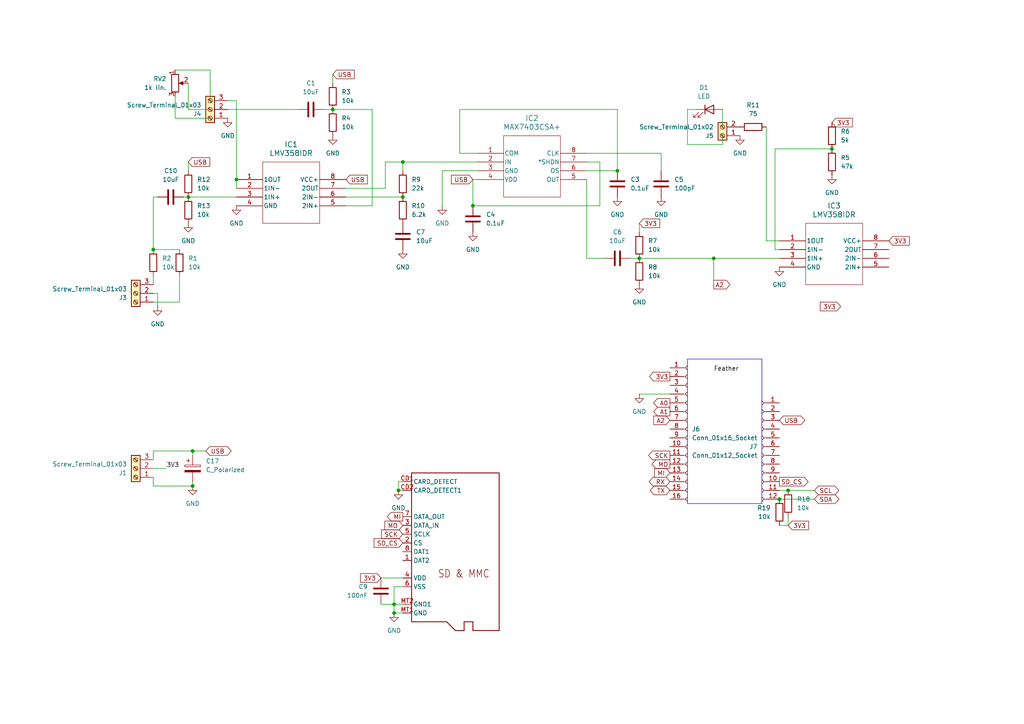
<source format=kicad_sch>
(kicad_sch (version 20231120) (generator "eeschema") (generator_version "8.0")
  (paper "A4")
  (lib_symbols
    (symbol "2024-09-15_01-54-02:MAX7403CSA+" (pin_names (offset 0.254))
      (property "Reference" "U2" (at 16.002 10.16 0))
      (property "Value" "MAX7403CSA+" (at 16.002 7.62 0))
      (symbol "MAX7403CSA+_0_1"
        (polyline (pts (xy 7.62 -12.7) (xy 24.13 -12.7)) (stroke (width 0.127)))
        (polyline (pts (xy 7.62 5.08) (xy 7.62 -12.7)) (stroke (width 0.127)))
        (polyline (pts (xy 24.13 -12.7) (xy 24.13 5.08)) (stroke (width 0.127)))
        (polyline (pts (xy 24.13 5.08) (xy 7.62 5.08)) (stroke (width 0.127)))
        (pin input line (at 0 0 0) (length 7.62) (name "COM") (number "1"))
        (pin input line (at 0 -2.54 0) (length 7.62) (name "IN") (number "2"))
        (pin power_in line (at 0 -5.08 0) (length 7.62) (name "GND") (number "3"))
        (pin power_in line (at 0 -7.62 0) (length 7.62) (name "VDD") (number "4"))
        (pin output line (at 31.75 -7.62 180) (length 7.62) (name "OUT") (number "5"))
        (pin input line (at 31.75 -5.08 180) (length 7.62) (name "OS") (number "6"))
        (pin input line (at 31.75 -2.54 180) (length 7.62) (name "*SHDN") (number "7"))
        (pin input line (at 31.75 0 180) (length 7.62) (name "CLK") (number "8"))
      )
    )
    (symbol "2024-09-15_02-31-25:LMV358IDR" (pin_names (offset 0.254))
      (property "Reference" "U3" (at 16.256 10.414 0))
      (property "Value" "LMV358IDR" (at 16.256 7.874 0))
      (symbol "LMV358IDR_0_1"
        (polyline (pts (xy 7.62 -12.7) (xy 24.13 -12.7)) (stroke (width 0.127)))
        (polyline (pts (xy 7.62 5.08) (xy 7.62 -12.7)) (stroke (width 0.127)))
        (polyline (pts (xy 24.13 -12.7) (xy 24.13 5.08)) (stroke (width 0.127)))
        (polyline (pts (xy 24.13 5.08) (xy 7.62 5.08)) (stroke (width 0.127)))
        (pin output line (at 0 0 0) (length 7.62) (name "1OUT") (number "1"))
        (pin input line (at 0 -2.54 0) (length 7.62) (name "1IN-") (number "2"))
        (pin input line (at 0 -5.08 0) (length 7.62) (name "1IN+") (number "3"))
        (pin power_in line (at 0 -7.62 0) (length 7.62) (name "GND") (number "4"))
        (pin input line (at 31.75 -7.62 180) (length 7.62) (name "2IN+") (number "5"))
        (pin input line (at 31.75 -5.08 180) (length 7.62) (name "2IN-") (number "6"))
        (pin output line (at 31.75 -2.54 180) (length 7.62) (name "2OUT") (number "7"))
        (pin power_in line (at 31.75 0 180) (length 7.62) (name "VCC+") (number "8"))
      )
    )
    (symbol "Connector:Conn_01x12_Socket" (pin_names (offset 1.016) hide)
      (property "Reference" "J" (at 0 15.24 0))
      (property "Value" "Conn_01x12_Socket" (at 0 -17.78 0))
      (symbol "Conn_01x12_Socket_1_1"
        (arc (start 0 -14.732) (mid -0.5058 -15.24) (end 0 -15.748) (stroke (width 0.1524)))
        (arc (start 0 -12.192) (mid -0.5058 -12.7) (end 0 -13.208) (stroke (width 0.1524)))
        (arc (start 0 -9.652) (mid -0.5058 -10.16) (end 0 -10.668) (stroke (width 0.1524)))
        (arc (start 0 -7.112) (mid -0.5058 -7.62) (end 0 -8.128) (stroke (width 0.1524)))
        (arc (start 0 -4.572) (mid -0.5058 -5.08) (end 0 -5.588) (stroke (width 0.1524)))
        (arc (start 0 -2.032) (mid -0.5058 -2.54) (end 0 -3.048) (stroke (width 0.1524)))
        (polyline (pts (xy -1.27 -15.24) (xy -0.508 -15.24)) (stroke (width 0.1524)))
        (polyline (pts (xy -1.27 -12.7) (xy -0.508 -12.7)) (stroke (width 0.1524)))
        (polyline (pts (xy -1.27 -10.16) (xy -0.508 -10.16)) (stroke (width 0.1524)))
        (polyline (pts (xy -1.27 -7.62) (xy -0.508 -7.62)) (stroke (width 0.1524)))
        (polyline (pts (xy -1.27 -5.08) (xy -0.508 -5.08)) (stroke (width 0.1524)))
        (polyline (pts (xy -1.27 -2.54) (xy -0.508 -2.54)) (stroke (width 0.1524)))
        (polyline (pts (xy -1.27 0) (xy -0.508 0)) (stroke (width 0.1524)))
        (polyline (pts (xy -1.27 2.54) (xy -0.508 2.54)) (stroke (width 0.1524)))
        (polyline (pts (xy -1.27 5.08) (xy -0.508 5.08)) (stroke (width 0.1524)))
        (polyline (pts (xy -1.27 7.62) (xy -0.508 7.62)) (stroke (width 0.1524)))
        (polyline (pts (xy -1.27 10.16) (xy -0.508 10.16)) (stroke (width 0.1524)))
        (polyline (pts (xy -1.27 12.7) (xy -0.508 12.7)) (stroke (width 0.1524)))
        (arc (start 0 0.508) (mid -0.5058 0) (end 0 -0.508) (stroke (width 0.1524)))
        (arc (start 0 3.048) (mid -0.5058 2.54) (end 0 2.032) (stroke (width 0.1524)))
        (arc (start 0 5.588) (mid -0.5058 5.08) (end 0 4.572) (stroke (width 0.1524)))
        (arc (start 0 8.128) (mid -0.5058 7.62) (end 0 7.112) (stroke (width 0.1524)))
        (arc (start 0 10.668) (mid -0.5058 10.16) (end 0 9.652) (stroke (width 0.1524)))
        (arc (start 0 13.208) (mid -0.5058 12.7) (end 0 12.192) (stroke (width 0.1524)))
        (pin passive line (at -5.08 12.7 0) (length 3.81) (name "Pin_1") (number "1"))
        (pin passive line (at -5.08 -10.16 0) (length 3.81) (name "Pin_10") (number "10"))
        (pin passive line (at -5.08 -12.7 0) (length 3.81) (name "Pin_11") (number "11"))
        (pin passive line (at -5.08 -15.24 0) (length 3.81) (name "Pin_12") (number "12"))
        (pin passive line (at -5.08 10.16 0) (length 3.81) (name "Pin_2") (number "2"))
        (pin passive line (at -5.08 7.62 0) (length 3.81) (name "Pin_3") (number "3"))
        (pin passive line (at -5.08 5.08 0) (length 3.81) (name "Pin_4") (number "4"))
        (pin passive line (at -5.08 2.54 0) (length 3.81) (name "Pin_5") (number "5"))
        (pin passive line (at -5.08 0 0) (length 3.81) (name "Pin_6") (number "6"))
        (pin passive line (at -5.08 -2.54 0) (length 3.81) (name "Pin_7") (number "7"))
        (pin passive line (at -5.08 -5.08 0) (length 3.81) (name "Pin_8") (number "8"))
        (pin passive line (at -5.08 -7.62 0) (length 3.81) (name "Pin_9") (number "9"))
      )
    )
    (symbol "Connector:Conn_01x16_Socket" (pin_names (offset 1.016) hide)
      (property "Reference" "J" (at 0 20.32 0))
      (property "Value" "Conn_01x16_Socket" (at 0 -22.86 0))
      (symbol "Conn_01x16_Socket_1_1"
        (arc (start 0 -19.812) (mid -0.5058 -20.32) (end 0 -20.828) (stroke (width 0.1524)))
        (arc (start 0 -17.272) (mid -0.5058 -17.78) (end 0 -18.288) (stroke (width 0.1524)))
        (arc (start 0 -14.732) (mid -0.5058 -15.24) (end 0 -15.748) (stroke (width 0.1524)))
        (arc (start 0 -12.192) (mid -0.5058 -12.7) (end 0 -13.208) (stroke (width 0.1524)))
        (arc (start 0 -9.652) (mid -0.5058 -10.16) (end 0 -10.668) (stroke (width 0.1524)))
        (arc (start 0 -7.112) (mid -0.5058 -7.62) (end 0 -8.128) (stroke (width 0.1524)))
        (arc (start 0 -4.572) (mid -0.5058 -5.08) (end 0 -5.588) (stroke (width 0.1524)))
        (arc (start 0 -2.032) (mid -0.5058 -2.54) (end 0 -3.048) (stroke (width 0.1524)))
        (polyline (pts (xy -1.27 -20.32) (xy -0.508 -20.32)) (stroke (width 0.1524)))
        (polyline (pts (xy -1.27 -17.78) (xy -0.508 -17.78)) (stroke (width 0.1524)))
        (polyline (pts (xy -1.27 -15.24) (xy -0.508 -15.24)) (stroke (width 0.1524)))
        (polyline (pts (xy -1.27 -12.7) (xy -0.508 -12.7)) (stroke (width 0.1524)))
        (polyline (pts (xy -1.27 -10.16) (xy -0.508 -10.16)) (stroke (width 0.1524)))
        (polyline (pts (xy -1.27 -7.62) (xy -0.508 -7.62)) (stroke (width 0.1524)))
        (polyline (pts (xy -1.27 -5.08) (xy -0.508 -5.08)) (stroke (width 0.1524)))
        (polyline (pts (xy -1.27 -2.54) (xy -0.508 -2.54)) (stroke (width 0.1524)))
        (polyline (pts (xy -1.27 0) (xy -0.508 0)) (stroke (width 0.1524)))
        (polyline (pts (xy -1.27 2.54) (xy -0.508 2.54)) (stroke (width 0.1524)))
        (polyline (pts (xy -1.27 5.08) (xy -0.508 5.08)) (stroke (width 0.1524)))
        (polyline (pts (xy -1.27 7.62) (xy -0.508 7.62)) (stroke (width 0.1524)))
        (polyline (pts (xy -1.27 10.16) (xy -0.508 10.16)) (stroke (width 0.1524)))
        (polyline (pts (xy -1.27 12.7) (xy -0.508 12.7)) (stroke (width 0.1524)))
        (polyline (pts (xy -1.27 15.24) (xy -0.508 15.24)) (stroke (width 0.1524)))
        (polyline (pts (xy -1.27 17.78) (xy -0.508 17.78)) (stroke (width 0.1524)))
        (arc (start 0 0.508) (mid -0.5058 0) (end 0 -0.508) (stroke (width 0.1524)))
        (arc (start 0 3.048) (mid -0.5058 2.54) (end 0 2.032) (stroke (width 0.1524)))
        (arc (start 0 5.588) (mid -0.5058 5.08) (end 0 4.572) (stroke (width 0.1524)))
        (arc (start 0 8.128) (mid -0.5058 7.62) (end 0 7.112) (stroke (width 0.1524)))
        (arc (start 0 10.668) (mid -0.5058 10.16) (end 0 9.652) (stroke (width 0.1524)))
        (arc (start 0 13.208) (mid -0.5058 12.7) (end 0 12.192) (stroke (width 0.1524)))
        (arc (start 0 15.748) (mid -0.5058 15.24) (end 0 14.732) (stroke (width 0.1524)))
        (arc (start 0 18.288) (mid -0.5058 17.78) (end 0 17.272) (stroke (width 0.1524)))
        (pin passive line (at -5.08 17.78 0) (length 3.81) (name "Pin_1") (number "1"))
        (pin passive line (at -5.08 -5.08 0) (length 3.81) (name "Pin_10") (number "10"))
        (pin passive line (at -5.08 -7.62 0) (length 3.81) (name "Pin_11") (number "11"))
        (pin passive line (at -5.08 -10.16 0) (length 3.81) (name "Pin_12") (number "12"))
        (pin passive line (at -5.08 -12.7 0) (length 3.81) (name "Pin_13") (number "13"))
        (pin passive line (at -5.08 -15.24 0) (length 3.81) (name "Pin_14") (number "14"))
        (pin passive line (at -5.08 -17.78 0) (length 3.81) (name "Pin_15") (number "15"))
        (pin passive line (at -5.08 -20.32 0) (length 3.81) (name "Pin_16") (number "16"))
        (pin passive line (at -5.08 15.24 0) (length 3.81) (name "Pin_2") (number "2"))
        (pin passive line (at -5.08 12.7 0) (length 3.81) (name "Pin_3") (number "3"))
        (pin passive line (at -5.08 10.16 0) (length 3.81) (name "Pin_4") (number "4"))
        (pin passive line (at -5.08 7.62 0) (length 3.81) (name "Pin_5") (number "5"))
        (pin passive line (at -5.08 5.08 0) (length 3.81) (name "Pin_6") (number "6"))
        (pin passive line (at -5.08 2.54 0) (length 3.81) (name "Pin_7") (number "7"))
        (pin passive line (at -5.08 0 0) (length 3.81) (name "Pin_8") (number "8"))
        (pin passive line (at -5.08 -2.54 0) (length 3.81) (name "Pin_9") (number "9"))
      )
    )
    (symbol "Connector:Screw_Terminal_01x02" (pin_names (offset 1.016) hide)
      (property "Reference" "J" (at 0 2.54 0))
      (property "Value" "Screw_Terminal_01x02" (at 0 -5.08 0))
      (symbol "Screw_Terminal_01x02_1_1"
        (rectangle (start -1.27 1.27) (end 1.27 -3.81) (stroke (width 0.254)) (fill (type background)))
        (circle (center 0 -2.54) (radius 0.635) (stroke (width 0.1524)))
        (polyline (pts (xy -0.5334 -2.2098) (xy 0.3302 -3.048)) (stroke (width 0.1524)))
        (polyline (pts (xy -0.5334 0.3302) (xy 0.3302 -0.508)) (stroke (width 0.1524)))
        (polyline (pts (xy -0.3556 -2.032) (xy 0.508 -2.8702)) (stroke (width 0.1524)))
        (polyline (pts (xy -0.3556 0.508) (xy 0.508 -0.3302)) (stroke (width 0.1524)))
        (circle (center 0 0) (radius 0.635) (stroke (width 0.1524)))
        (pin passive line (at -5.08 0 0) (length 3.81) (name "Pin_1") (number "1"))
        (pin passive line (at -5.08 -2.54 0) (length 3.81) (name "Pin_2") (number "2"))
      )
    )
    (symbol "Connector:Screw_Terminal_01x03" (pin_names (offset 1.016) hide)
      (property "Reference" "J" (at 0 5.08 0))
      (property "Value" "Screw_Terminal_01x03" (at 0 -5.08 0))
      (symbol "Screw_Terminal_01x03_1_1"
        (rectangle (start -1.27 3.81) (end 1.27 -3.81) (stroke (width 0.254)) (fill (type background)))
        (circle (center 0 -2.54) (radius 0.635) (stroke (width 0.1524)))
        (polyline (pts (xy -0.5334 -2.2098) (xy 0.3302 -3.048)) (stroke (width 0.1524)))
        (polyline (pts (xy -0.5334 0.3302) (xy 0.3302 -0.508)) (stroke (width 0.1524)))
        (polyline (pts (xy -0.5334 2.8702) (xy 0.3302 2.032)) (stroke (width 0.1524)))
        (polyline (pts (xy -0.3556 -2.032) (xy 0.508 -2.8702)) (stroke (width 0.1524)))
        (polyline (pts (xy -0.3556 0.508) (xy 0.508 -0.3302)) (stroke (width 0.1524)))
        (polyline (pts (xy -0.3556 3.048) (xy 0.508 2.2098)) (stroke (width 0.1524)))
        (circle (center 0 0) (radius 0.635) (stroke (width 0.1524)))
        (circle (center 0 2.54) (radius 0.635) (stroke (width 0.1524)))
        (pin passive line (at -5.08 2.54 0) (length 3.81) (name "Pin_1") (number "1"))
        (pin passive line (at -5.08 0 0) (length 3.81) (name "Pin_2") (number "2"))
        (pin passive line (at -5.08 -2.54 0) (length 3.81) (name "Pin_3") (number "3"))
      )
    )
    (symbol "Device:C" (pin_numbers hide) (pin_names (offset 0.254))
      (property "Reference" "C" (at 0.635 2.54 0))
      (property "Value" "C" (at 0.635 -2.54 0))
      (symbol "C_0_1"
        (polyline (pts (xy -2.032 -0.762) (xy 2.032 -0.762)) (stroke (width 0.508)))
        (polyline (pts (xy -2.032 0.762) (xy 2.032 0.762)) (stroke (width 0.508)))
      )
      (symbol "C_1_1"
        (pin passive line (at 0 3.81 270) (length 2.794) (name "~") (number "1"))
        (pin passive line (at 0 -3.81 90) (length 2.794) (name "~") (number "2"))
      )
    )
    (symbol "Device:C_Polarized" (pin_numbers hide) (pin_names (offset 0.254))
      (property "Reference" "C" (at 0.635 2.54 0))
      (property "Value" "C_Polarized" (at 0.635 -2.54 0))
      (symbol "C_Polarized_0_1"
        (rectangle (start -2.286 0.508) (end 2.286 1.016))
        (polyline (pts (xy -1.778 2.286) (xy -0.762 2.286)))
        (polyline (pts (xy -1.27 2.794) (xy -1.27 1.778)))
        (rectangle (start 2.286 -0.508) (end -2.286 -1.016) (fill (type outline)))
      )
      (symbol "C_Polarized_1_1"
        (pin passive line (at 0 3.81 270) (length 2.794) (name "~") (number "1"))
        (pin passive line (at 0 -3.81 90) (length 2.794) (name "~") (number "2"))
      )
    )
    (symbol "Device:LED" (pin_numbers hide) (pin_names (offset 1.016) hide)
      (property "Reference" "D" (at 0 2.54 0))
      (property "Value" "LED" (at 0 -2.54 0))
      (symbol "LED_0_1"
        (polyline (pts (xy -1.27 -1.27) (xy -1.27 1.27)) (stroke (width 0.254)))
        (polyline (pts (xy -1.27 0) (xy 1.27 0)))
        (polyline (pts (xy 1.27 -1.27) (xy 1.27 1.27) (xy -1.27 0) (xy 1.27 -1.27)) (stroke (width 0.254)))
        (polyline (pts (xy -3.048 -0.762) (xy -4.572 -2.286) (xy -3.81 -2.286) (xy -4.572 -2.286) (xy -4.572 -1.524)))
        (polyline (pts (xy -1.778 -0.762) (xy -3.302 -2.286) (xy -2.54 -2.286) (xy -3.302 -2.286) (xy -3.302 -1.524)))
      )
      (symbol "LED_1_1"
        (pin passive line (at -3.81 0 0) (length 2.54) (name "K") (number "1"))
        (pin passive line (at 3.81 0 180) (length 2.54) (name "A") (number "2"))
      )
    )
    (symbol "Device:R" (pin_numbers hide) (pin_names (offset 0))
      (property "Reference" "R" (at 2.032 0 90))
      (property "Value" "R" (at 0 0 90))
      (symbol "R_0_1"
        (rectangle (start -1.016 -2.54) (end 1.016 2.54) (stroke (width 0.254)))
      )
      (symbol "R_1_1"
        (pin passive line (at 0 3.81 270) (length 1.27) (name "~") (number "1"))
        (pin passive line (at 0 -3.81 90) (length 1.27) (name "~") (number "2"))
      )
    )
    (symbol "Device:R_Potentiometer" (pin_names (offset 1.016) hide)
      (property "Reference" "RV" (at -4.445 0 90))
      (property "Value" "R_Potentiometer" (at -2.54 0 90))
      (symbol "R_Potentiometer_0_1"
        (polyline (pts (xy 2.54 0) (xy 1.524 0)))
        (polyline (pts (xy 1.143 0) (xy 2.286 0.508) (xy 2.286 -0.508) (xy 1.143 0)) (fill (type outline)))
        (rectangle (start 1.016 2.54) (end -1.016 -2.54) (stroke (width 0.254)))
      )
      (symbol "R_Potentiometer_1_1"
        (pin passive line (at 0 3.81 270) (length 1.27) (name "1") (number "1"))
        (pin passive line (at 3.81 0 180) (length 1.27) (name "2") (number "2"))
        (pin passive line (at 0 -3.81 90) (length 1.27) (name "3") (number "3"))
      )
    )
    (symbol "adafruit:MICROSD"
      (symbol "MICROSD_1_0"
        (polyline (pts (xy -15.24 -22.86) (xy -5.08 -22.86)) (stroke (width 0.254)))
        (polyline (pts (xy -15.24 20.32) (xy -15.24 -22.86)) (stroke (width 0.254)))
        (polyline (pts (xy -5.08 -22.86) (xy -2.54 -25.4)) (stroke (width 0.254)))
        (polyline (pts (xy -2.54 -25.4) (xy 0 -25.4)) (stroke (width 0.254)))
        (polyline (pts (xy 0 -25.4) (xy 0 -22.86)) (stroke (width 0.254)))
        (polyline (pts (xy 0 -22.86) (xy 2.54 -22.86)) (stroke (width 0.254)))
        (polyline (pts (xy 2.54 -25.4) (xy 10.16 -25.4)) (stroke (width 0.254)))
        (polyline (pts (xy 2.54 -22.86) (xy 2.54 -25.4)) (stroke (width 0.254)))
        (polyline (pts (xy 10.16 -25.4) (xy 10.16 20.32)) (stroke (width 0.254)))
        (polyline (pts (xy 10.16 20.32) (xy -15.24 20.32)) (stroke (width 0.254)))
        (text "SD & MMC" (at -7.62 -10.16 0) (effects (font (size 2.1844 1.8567)) (justify left bottom)))
        (pin bidirectional line (at -17.78 -5.08 0) (length 2.54) (name "DAT2") (number "1"))
        (pin input line (at -17.78 0 0) (length 2.54) (name "CS") (number "2"))
        (pin input line (at -17.78 5.08 0) (length 2.54) (name "DATA_IN") (number "3"))
        (pin power_in line (at -17.78 -10.16 0) (length 2.54) (name "VDD") (number "4"))
        (pin input line (at -17.78 2.54 0) (length 2.54) (name "SCLK") (number "5"))
        (pin power_in line (at -17.78 -12.7 0) (length 2.54) (name "VSS") (number "6"))
        (pin output line (at -17.78 7.62 0) (length 2.54) (name "DATA_OUT") (number "7"))
        (pin bidirectional line (at -17.78 -2.54 0) (length 2.54) (name "DAT1") (number "8"))
        (pin passive line (at -17.78 17.78 0) (length 2.54) (name "CARD_DETECT") (number "CD1"))
        (pin passive line (at -17.78 15.24 0) (length 2.54) (name "CARD_DETECT1") (number "CD2"))
        (pin power_in line (at -17.78 -20.32 0) (length 2.54) (name "GND") (number "MT1"))
        (pin power_in line (at -17.78 -17.78 0) (length 2.54) (name "GND1") (number "MT2"))
      )
    )
    (symbol "power:GND" (power) (pin_numbers hide) (pin_names (offset 0) hide)
      (property "Value" "GND" (at 0 -3.81 0))
      (symbol "GND_0_1"
        (polyline (pts (xy 0 0) (xy 0 -1.27) (xy 1.27 -1.27) (xy 0 -2.54) (xy -1.27 -1.27) (xy 0 -1.27)))
      )
      (symbol "GND_1_1"
        (pin power_in line (at 0 0 270) (length 0) (name "~") (number "1"))
      )
    )
  )
  (junction (at 114.3 177.8))
  (junction (at 116.84 57.15))
  (junction (at 241.3 43.18))
  (junction (at 207.01 74.93))
  (junction (at 185.42 74.93))
  (junction (at 137.16 59.69))
  (junction (at 114.3 175.26))
  (junction (at 55.88 140.97))
  (junction (at 179.07 49.53))
  (junction (at 55.88 130.81))
  (junction (at 228.6 142.24))
  (junction (at 54.61 57.15))
  (junction (at 115.57 142.24))
  (junction (at 226.06 144.78))
  (junction (at 68.58 52.07))
  (junction (at 116.84 46.99))
  (junction (at 96.52 31.75))
  (junction (at 44.45 72.39))
  (wire (pts (xy 110.49 167.64) (xy 116.84 167.64)))
  (wire (pts (xy 116.84 170.18) (xy 114.3 170.18)))
  (wire (pts (xy 44.45 138.43) (xy 44.45 140.97)))
  (wire (pts (xy 55.88 139.7) (xy 55.88 140.97)))
  (wire (pts (xy 201.93 31.75) (xy 199.39 31.75)))
  (wire (pts (xy 54.61 57.15) (xy 68.58 57.15)))
  (wire (pts (xy 96.52 31.75) (xy 107.95 31.75)))
  (wire (pts (xy 54.61 57.15) (xy 53.34 57.15)))
  (wire (pts (xy 185.42 64.77) (xy 185.42 67.31)))
  (wire (pts (xy 44.45 140.97) (xy 55.88 140.97)))
  (wire (pts (xy 170.18 52.07) (xy 170.18 74.93)))
  (wire (pts (xy 133.35 44.45) (xy 138.43 44.45)))
  (wire (pts (xy 68.58 52.07) (xy 68.58 54.61)))
  (wire (pts (xy 68.58 52.07) (xy 68.58 29.21)))
  (wire (pts (xy 207.01 74.93) (xy 226.06 74.93)))
  (wire (pts (xy 96.52 31.75) (xy 93.98 31.75)))
  (wire (pts (xy 224.79 72.39) (xy 224.79 43.18)))
  (wire (pts (xy 111.76 46.99) (xy 116.84 46.99)))
  (wire (pts (xy 45.72 85.09) (xy 44.45 85.09)))
  (wire (pts (xy 222.25 36.83) (xy 222.25 69.85)))
  (wire (pts (xy 44.45 87.63) (xy 52.07 87.63)))
  (wire (pts (xy 116.84 46.99) (xy 138.43 46.99)))
  (wire (pts (xy 55.88 130.81) (xy 59.69 130.81)))
  (wire (pts (xy 44.45 72.39) (xy 44.45 57.15)))
  (wire (pts (xy 107.95 31.75) (xy 107.95 59.69)))
  (wire (pts (xy 50.8 34.29) (xy 60.96 34.29)))
  (wire (pts (xy 207.01 74.93) (xy 207.01 82.55)))
  (wire (pts (xy 128.27 49.53) (xy 128.27 59.69)))
  (wire (pts (xy 114.3 170.18) (xy 114.3 175.26)))
  (wire (pts (xy 173.99 46.99) (xy 173.99 59.69)))
  (wire (pts (xy 133.35 31.75) (xy 179.07 31.75)))
  (wire (pts (xy 185.42 114.3) (xy 194.31 114.3)))
  (wire (pts (xy 114.3 175.26) (xy 116.84 175.26)))
  (wire (pts (xy 179.07 31.75) (xy 179.07 49.53)))
  (wire (pts (xy 138.43 49.53) (xy 128.27 49.53)))
  (wire (pts (xy 44.45 135.89) (xy 48.26 135.89)))
  (wire (pts (xy 179.07 49.53) (xy 170.18 49.53)))
  (wire (pts (xy 50.8 27.94) (xy 50.8 34.29)))
  (wire (pts (xy 226.06 144.78) (xy 236.22 144.78)))
  (wire (pts (xy 226.06 72.39) (xy 224.79 72.39)))
  (wire (pts (xy 115.57 142.24) (xy 116.84 142.24)))
  (wire (pts (xy 228.6 149.86) (xy 228.6 152.4)))
  (wire (pts (xy 226.06 142.24) (xy 228.6 142.24)))
  (wire (pts (xy 116.84 139.7) (xy 115.57 139.7)))
  (wire (pts (xy 199.39 31.75) (xy 199.39 41.91)))
  (wire (pts (xy 66.04 31.75) (xy 86.36 31.75)))
  (wire (pts (xy 228.6 152.4) (xy 226.06 152.4)))
  (wire (pts (xy 170.18 46.99) (xy 173.99 46.99)))
  (wire (pts (xy 114.3 177.8) (xy 116.84 177.8)))
  (wire (pts (xy 170.18 44.45) (xy 191.77 44.45)))
  (wire (pts (xy 45.72 88.9) (xy 45.72 85.09)))
  (wire (pts (xy 52.07 72.39) (xy 44.45 72.39)))
  (wire (pts (xy 50.8 20.32) (xy 60.96 20.32)))
  (wire (pts (xy 100.33 57.15) (xy 116.84 57.15)))
  (wire (pts (xy 137.16 52.07) (xy 137.16 59.69)))
  (wire (pts (xy 209.55 39.37) (xy 209.55 41.91)))
  (wire (pts (xy 54.61 31.75) (xy 60.96 31.75)))
  (wire (pts (xy 52.07 87.63) (xy 52.07 80.01)))
  (wire (pts (xy 209.55 31.75) (xy 209.55 36.83)))
  (wire (pts (xy 185.42 74.93) (xy 182.88 74.93)))
  (wire (pts (xy 222.25 69.85) (xy 226.06 69.85)))
  (wire (pts (xy 170.18 74.93) (xy 175.26 74.93)))
  (wire (pts (xy 111.76 46.99) (xy 111.76 54.61)))
  (wire (pts (xy 115.57 139.7) (xy 115.57 142.24)))
  (wire (pts (xy 228.6 142.24) (xy 236.22 142.24)))
  (wire (pts (xy 173.99 59.69) (xy 137.16 59.69)))
  (wire (pts (xy 224.79 43.18) (xy 241.3 43.18)))
  (wire (pts (xy 185.42 74.93) (xy 207.01 74.93)))
  (wire (pts (xy 116.84 49.53) (xy 116.84 46.99)))
  (wire (pts (xy 44.45 130.81) (xy 55.88 130.81)))
  (wire (pts (xy 68.58 29.21) (xy 66.04 29.21)))
  (wire (pts (xy 191.77 44.45) (xy 191.77 49.53)))
  (wire (pts (xy 54.61 46.99) (xy 54.61 49.53)))
  (wire (pts (xy 96.52 21.59) (xy 96.52 24.13)))
  (wire (pts (xy 44.45 80.01) (xy 44.45 82.55)))
  (wire (pts (xy 44.45 130.81) (xy 44.45 133.35)))
  (wire (pts (xy 44.45 57.15) (xy 45.72 57.15)))
  (wire (pts (xy 111.76 54.61) (xy 100.33 54.61)))
  (wire (pts (xy 199.39 41.91) (xy 209.55 41.91)))
  (wire (pts (xy 110.49 175.26) (xy 114.3 175.26)))
  (wire (pts (xy 137.16 52.07) (xy 138.43 52.07)))
  (wire (pts (xy 54.61 24.13) (xy 54.61 31.75)))
  (wire (pts (xy 55.88 130.81) (xy 55.88 132.08)))
  (wire (pts (xy 133.35 44.45) (xy 133.35 31.75)))
  (wire (pts (xy 60.96 20.32) (xy 60.96 29.21)))
  (wire (pts (xy 114.3 175.26) (xy 114.3 177.8)))
  (wire (pts (xy 107.95 59.69) (xy 100.33 59.69)))
  (rectangle (start 199.39 104.14) (end 220.98 146.05))
  (label "Feather" (at 207.01 107.95 0))
  (label "3V3" (at 48.26 135.89 0))
  (global_label "3V3" (shape input) (at 228.6 152.4 0) (property "Intersheetrefs" "${INTERSHEET_REFS}" (effects (hide yes))))
  (global_label "A2" (shape input) (at 194.31 121.92 180) (property "Intersheetrefs" "${INTERSHEET_REFS}" (effects (hide yes))))
  (global_label "SD_CS" (shape input) (at 116.84 157.48 180) (property "Intersheetrefs" "${INTERSHEET_REFS}" (effects (hide yes))))
  (global_label "SD_CS" (shape output) (at 226.06 139.7 0) (property "Intersheetrefs" "${INTERSHEET_REFS}" (effects (hide yes))))
  (global_label "SCK" (shape input) (at 116.84 154.94 180) (property "Intersheetrefs" "${INTERSHEET_REFS}" (effects (hide yes))))
  (global_label "3V3" (shape input) (at 257.81 69.85 0) (property "Intersheetrefs" "${INTERSHEET_REFS}" (effects (hide yes))))
  (global_label "3V3" (shape input) (at 185.42 64.77 0) (property "Intersheetrefs" "${INTERSHEET_REFS}" (effects (hide yes))))
  (global_label "3V3" (shape input) (at 110.49 167.64 180) (property "Intersheetrefs" "${INTERSHEET_REFS}" (effects (hide yes))))
  (global_label "USB" (shape input) (at 137.16 52.07 180) (property "Intersheetrefs" "${INTERSHEET_REFS}" (effects (hide yes))))
  (global_label "TX" (shape bidirectional) (at 194.31 142.24 180) (property "Intersheetrefs" "${INTERSHEET_REFS}" (effects (hide yes))))
  (global_label "USB" (shape input) (at 100.33 52.07 0) (property "Intersheetrefs" "${INTERSHEET_REFS}" (effects (hide yes))))
  (global_label "USB" (shape input) (at 96.52 21.59 0) (property "Intersheetrefs" "${INTERSHEET_REFS}" (effects (hide yes))))
  (global_label "A1" (shape output) (at 194.31 119.38 180) (property "Intersheetrefs" "${INTERSHEET_REFS}" (effects (hide yes))))
  (global_label "A2" (shape output) (at 207.01 82.55 0) (property "Intersheetrefs" "${INTERSHEET_REFS}" (effects (hide yes))))
  (global_label "USB" (shape input) (at 54.61 46.99 0) (property "Intersheetrefs" "${INTERSHEET_REFS}" (effects (hide yes))))
  (global_label "MI" (shape input) (at 194.31 137.16 180) (property "Intersheetrefs" "${INTERSHEET_REFS}" (effects (hide yes))))
  (global_label "RX" (shape bidirectional) (at 194.31 139.7 180) (property "Intersheetrefs" "${INTERSHEET_REFS}" (effects (hide yes))))
  (global_label "A0" (shape output) (at 194.31 116.84 180) (property "Intersheetrefs" "${INTERSHEET_REFS}" (effects (hide yes))))
  (global_label "3V3" (shape input) (at 241.3 35.56 0) (property "Intersheetrefs" "${INTERSHEET_REFS}" (effects (hide yes))))
  (global_label "USB" (shape bidirectional) (at 59.69 130.81 0) (property "Intersheetrefs" "${INTERSHEET_REFS}" (effects (hide yes))))
  (global_label "MO" (shape input) (at 116.84 152.4 180) (property "Intersheetrefs" "${INTERSHEET_REFS}" (effects (hide yes))))
  (global_label "3V3" (shape output) (at 194.31 109.22 180) (property "Intersheetrefs" "${INTERSHEET_REFS}" (effects (hide yes))))
  (global_label "3V3" (shape input) (at 243.84 88.9 180) (property "Intersheetrefs" "${INTERSHEET_REFS}" (effects (hide yes))))
  (global_label "USB" (shape bidirectional) (at 226.06 121.92 0) (property "Intersheetrefs" "${INTERSHEET_REFS}" (effects (hide yes))))
  (global_label "MO" (shape output) (at 194.31 134.62 180) (property "Intersheetrefs" "${INTERSHEET_REFS}" (effects (hide yes))))
  (global_label "SCK" (shape output) (at 194.31 132.08 180) (property "Intersheetrefs" "${INTERSHEET_REFS}" (effects (hide yes))))
  (global_label "MI" (shape output) (at 116.84 149.86 180) (property "Intersheetrefs" "${INTERSHEET_REFS}" (effects (hide yes))))
  (global_label "SDA" (shape bidirectional) (at 236.22 144.78 0) (property "Intersheetrefs" "${INTERSHEET_REFS}" (effects (hide yes))))
  (global_label "SCL" (shape bidirectional) (at 236.22 142.24 0) (property "Intersheetrefs" "${INTERSHEET_REFS}" (effects (hide yes))))
  (symbol (lib_id "Device:R") (at 241.3 39.37 0) (unit 1)
    (property "Reference" "R6" (at 243.84 38.0999 0) (effects (justify left)))
    (property "Value" "5k" (at 243.84 40.6399 0) (effects (justify left)))
    (property "Footprint" "Resistor_SMD:R_1206_3216Metric" (effects (hide yes)))
    (property "Description" "Resistor" (effects (hide yes)))
  )
  (symbol (lib_id "power:GND") (at 226.06 77.47 0) (unit 1)
    (property "Reference" "#PWR04" (effects (hide yes)))
    (property "Value" "GND" (at 226.06 82.55 0))
    (property "Description" "Power symbol creates a global label with name \"GND\" , ground" (effects (hide yes)))
  )
  (symbol (lib_id "Device:C") (at 191.77 53.34 180) (unit 1)
    (property "Reference" "C5" (at 195.58 52.0699 0) (effects (justify right)))
    (property "Value" "100pF" (at 195.58 54.6099 0) (effects (justify right)))
    (property "Footprint" "Capacitor_SMD:C_0805_2012Metric" (effects (hide yes)))
    (property "Description" "Unpolarized capacitor" (effects (hide yes)))
  )
  (symbol (lib_id "Device:C") (at 179.07 74.93 270) (unit 1)
    (property "Reference" "C6" (at 179.07 67.31 90))
    (property "Value" "10uF" (at 179.07 69.85 90))
    (property "Footprint" "Capacitor_SMD:C_0805_2012Metric" (effects (hide yes)))
    (property "Description" "Unpolarized capacitor" (effects (hide yes)))
  )
  (symbol (lib_id "power:GND") (at 128.27 59.69 0) (unit 1)
    (property "Reference" "#PWR09" (effects (hide yes)))
    (property "Value" "GND" (at 128.27 64.77 0))
    (property "Description" "Power symbol creates a global label with name \"GND\" , ground" (effects (hide yes)))
  )
  (symbol (lib_id "power:GND") (at 191.77 57.15 0) (unit 1)
    (property "Reference" "#PWR010" (effects (hide yes)))
    (property "Value" "GND" (at 191.77 62.23 0))
    (property "Description" "Power symbol creates a global label with name \"GND\" , ground" (effects (hide yes)))
  )
  (symbol (lib_id "power:GND") (at 185.42 82.55 0) (unit 1)
    (property "Reference" "#PWR011" (effects (hide yes)))
    (property "Value" "GND" (at 185.42 87.63 0))
    (property "Description" "Power symbol creates a global label with name \"GND\" , ground" (effects (hide yes)))
  )
  (symbol (lib_id "Device:C_Polarized") (at 55.88 135.89 0) (unit 1)
    (property "Reference" "C17" (at 59.69 133.7309 0) (effects (justify left)))
    (property "Value" "C_Polarized" (at 59.69 136.2709 0) (effects (justify left)))
    (property "Footprint" "Capacitor_THT:CP_Radial_D8.0mm_P3.50mm" (effects (hide yes)))
    (property "Description" "Polarized capacitor" (effects (hide yes)))
  )
  (symbol (lib_id "power:GND") (at 214.63 39.37 0) (unit 1)
    (property "Reference" "#PWR06" (effects (hide yes)))
    (property "Value" "GND" (at 214.63 44.45 0))
    (property "Description" "Power symbol creates a global label with name \"GND\" , ground" (effects (hide yes)))
  )
  (symbol (lib_id "Device:R") (at 185.42 71.12 0) (unit 1)
    (property "Reference" "R7" (at 187.96 69.8499 0) (effects (justify left)))
    (property "Value" "10k" (at 187.96 72.3899 0) (effects (justify left)))
    (property "Footprint" "Resistor_SMD:R_1206_3216Metric" (effects (hide yes)))
    (property "Description" "Resistor" (effects (hide yes)))
  )
  (symbol (lib_id "power:GND") (at 115.57 142.24 0) (unit 1)
    (property "Reference" "#PWR027" (effects (hide yes)))
    (property "Value" "GND" (at 115.57 147.32 0))
    (property "Description" "Power symbol creates a global label with name \"GND\" , ground" (effects (hide yes)))
  )
  (symbol (lib_id "Device:R") (at 96.52 27.94 0) (unit 1)
    (property "Reference" "R3" (at 99.06 26.6699 0) (effects (justify left)))
    (property "Value" "10k" (at 99.06 29.2099 0) (effects (justify left)))
    (property "Footprint" "Resistor_SMD:R_1206_3216Metric" (effects (hide yes)))
    (property "Description" "Resistor" (effects (hide yes)))
  )
  (symbol (lib_id "power:GND") (at 68.58 59.69 0) (unit 1)
    (property "Reference" "#PWR012" (effects (hide yes)))
    (property "Value" "GND" (at 68.58 64.77 0))
    (property "Description" "Power symbol creates a global label with name \"GND\" , ground" (effects (hide yes)))
  )
  (symbol (lib_id "Connector:Screw_Terminal_01x03") (at 39.37 135.89 180) (unit 1)
    (property "Reference" "J1" (at 36.83 137.1601 0) (effects (justify left)))
    (property "Value" "Screw_Terminal_01x03" (at 36.83 134.6201 0) (effects (justify left)))
    (property "Footprint" "TerminalBlock_TE-Connectivity:TerminalBlock_TE_282834-3_1x03_P2.54mm_Horizontal" (effects (hide yes)))
    (property "Description" "Generic screw terminal, single row, 01x03, script generated (kicad-library-utils/schlib/autogen/connector/)" (effects (hide yes)))
  )
  (symbol (lib_id "Device:R") (at 226.06 148.59 0) (mirror y) (unit 1)
    (property "Reference" "R19" (at 223.52 147.3199 0) (effects (justify left)))
    (property "Value" "10k" (at 223.52 149.8599 0) (effects (justify left)))
    (property "Footprint" "Resistor_SMD:R_1206_3216Metric" (effects (hide yes)))
    (property "Description" "Resistor" (effects (hide yes)))
  )
  (symbol (lib_id "power:GND") (at 179.07 57.15 0) (unit 1)
    (property "Reference" "#PWR07" (effects (hide yes)))
    (property "Value" "GND" (at 179.07 62.23 0))
    (property "Description" "Power symbol creates a global label with name \"GND\" , ground" (effects (hide yes)))
  )
  (symbol (lib_id "Device:R") (at 116.84 53.34 180) (unit 1)
    (property "Reference" "R9" (at 119.38 52.0699 0) (effects (justify right)))
    (property "Value" "22k" (at 119.38 54.6099 0) (effects (justify right)))
    (property "Footprint" "Resistor_SMD:R_1206_3216Metric" (effects (hide yes)))
    (property "Description" "Resistor" (effects (hide yes)))
  )
  (symbol (lib_id "power:GND") (at 55.88 140.97 0) (unit 1)
    (property "Reference" "#PWR015" (effects (hide yes)))
    (property "Value" "GND" (at 55.88 146.05 0))
    (property "Description" "Power symbol creates a global label with name \"GND\" , ground" (effects (hide yes)))
  )
  (symbol (lib_id "Device:LED") (at 205.74 31.75 0) (unit 1)
    (property "Reference" "D1" (at 204.1525 25.4 0))
    (property "Value" "LED" (at 204.1525 27.94 0))
    (property "Description" "Light emitting diode" (effects (hide yes)))
  )
  (symbol (lib_id "Connector:Screw_Terminal_01x02") (at 209.55 39.37 180) (unit 1)
    (property "Reference" "J5" (at 207.01 39.3701 0) (effects (justify left)))
    (property "Value" "Screw_Terminal_01x02" (at 207.01 36.8301 0) (effects (justify left)))
    (property "Footprint" "TerminalBlock_TE-Connectivity:TerminalBlock_TE_282834-2_1x02_P2.54mm_Horizontal" (effects (hide yes)))
    (property "Description" "Generic screw terminal, single row, 01x02, script generated (kicad-library-utils/schlib/autogen/connector/)" (effects (hide yes)))
  )
  (symbol (lib_id "2024-09-15_02-31-25:LMV358IDR") (at 68.58 52.07 0) (unit 1)
    (property "Reference" "IC1" (at 84.455 41.91 0) (effects (font (size 1.524 1.524))))
    (property "Value" "LMV358IDR" (at 84.455 44.45 0) (effects (font (size 1.524 1.524))))
    (property "Footprint" "footprints:21-0041B_8_MXM" (effects (hide yes)))
    (property "Datasheet" "LMV358IDR" (effects (hide yes)))
    (property "Sim.Library" "C:\\Users\\Nikita.SYNYTSIA\\Documents\\KiCad\\LMV358IDR\\KiCADv6\\footprints.pretty\\D8.kicad_mod" (effects (hide yes)))
  )
  (symbol (lib_id "Device:R") (at 228.6 146.05 0) (unit 1)
    (property "Reference" "R18" (at 231.14 144.7799 0) (effects (justify left)))
    (property "Value" "10k" (at 231.14 147.3199 0) (effects (justify left)))
    (property "Footprint" "Resistor_SMD:R_1206_3216Metric" (effects (hide yes)))
    (property "Description" "Resistor" (effects (hide yes)))
  )
  (symbol (lib_id "power:GND") (at 137.16 67.31 0) (unit 1)
    (property "Reference" "#PWR08" (effects (hide yes)))
    (property "Value" "GND" (at 137.16 72.39 0))
    (property "Description" "Power symbol creates a global label with name \"GND\" , ground" (effects (hide yes)))
  )
  (symbol (lib_id "adafruit:MICROSD") (at 134.62 157.48 0) (unit 1)
    (property "Reference" "SD1" (effects (hide yes)))
    (property "Footprint" "adafruit_1660_microsd:CONN_1660_ADA" (effects (hide yes)))
    (property "Description" "Micro-SD / Transflash card holder with SPI pinout\n\nFor the 3M # 2908-05WB-MG and/or 4UCON #19656\npush-push type" (effects (hide yes)))
  )
  (symbol (lib_id "Connector:Conn_01x12_Socket") (at 220.98 129.54 0) (mirror y) (unit 1)
    (property "Reference" "J7" (at 219.71 129.5399 0) (effects (justify left)))
    (property "Value" "Conn_01x12_Socket" (at 219.71 132.0799 0) (effects (justify left)))
    (property "Footprint" "Connector_PinSocket_2.54mm:PinSocket_1x12_P2.54mm_Vertical" (effects (hide yes)))
    (property "Description" "Generic connector, single row, 01x12, script generated" (effects (hide yes)))
  )
  (symbol (lib_id "Device:C") (at 137.16 63.5 180) (unit 1)
    (property "Reference" "C4" (at 140.97 62.2299 0) (effects (justify right)))
    (property "Value" "0.1uF" (at 140.97 64.7699 0) (effects (justify right)))
    (property "Footprint" "Capacitor_SMD:C_0805_2012Metric" (effects (hide yes)))
    (property "Description" "Unpolarized capacitor" (effects (hide yes)))
  )
  (symbol (lib_id "power:GND") (at 116.84 72.39 0) (unit 1)
    (property "Reference" "#PWR013" (effects (hide yes)))
    (property "Value" "GND" (at 116.84 77.47 0))
    (property "Description" "Power symbol creates a global label with name \"GND\" , ground" (effects (hide yes)))
  )
  (symbol (lib_id "Device:R") (at 44.45 76.2 0) (unit 1)
    (property "Reference" "R2" (at 46.99 74.9299 0) (effects (justify left)))
    (property "Value" "10k" (at 46.99 77.4699 0) (effects (justify left)))
    (property "Footprint" "Resistor_SMD:R_1206_3216Metric" (effects (hide yes)))
    (property "Description" "Resistor" (effects (hide yes)))
  )
  (symbol (lib_id "power:GND") (at 241.3 50.8 0) (unit 1)
    (property "Reference" "#PWR05" (effects (hide yes)))
    (property "Value" "GND" (at 241.3 55.88 0))
    (property "Description" "Power symbol creates a global label with name \"GND\" , ground" (effects (hide yes)))
  )
  (symbol (lib_id "Device:R") (at 116.84 60.96 180) (unit 1)
    (property "Reference" "R10" (at 119.38 59.6899 0) (effects (justify right)))
    (property "Value" "6.2k" (at 119.38 62.2299 0) (effects (justify right)))
    (property "Footprint" "Resistor_SMD:R_1206_3216Metric" (effects (hide yes)))
    (property "Description" "Resistor" (effects (hide yes)))
  )
  (symbol (lib_id "2024-09-15_02-31-25:LMV358IDR") (at 226.06 69.85 0) (unit 1)
    (property "Reference" "IC3" (at 241.935 59.69 0) (effects (font (size 1.524 1.524))))
    (property "Value" "LMV358IDR" (at 241.935 62.23 0) (effects (font (size 1.524 1.524))))
    (property "Footprint" "footprints:21-0041B_8_MXM" (effects (hide yes)))
    (property "Datasheet" "LMV358IDR" (effects (hide yes)))
    (property "Sim.Library" "C:\\Users\\Nikita.SYNYTSIA\\Documents\\KiCad\\LMV358IDR\\KiCADv6\\footprints.pretty\\D8.kicad_mod" (effects (hide yes)))
  )
  (symbol (lib_id "Device:C") (at 49.53 57.15 270) (unit 1)
    (property "Reference" "C10" (at 49.53 49.53 90))
    (property "Value" "10uF" (at 49.53 52.07 90))
    (property "Footprint" "Capacitor_SMD:C_0805_2012Metric" (effects (hide yes)))
    (property "Description" "Unpolarized capacitor" (effects (hide yes)))
  )
  (symbol (lib_id "Connector:Screw_Terminal_01x03") (at 60.96 31.75 180) (unit 1)
    (property "Reference" "J4" (at 58.42 33.0201 0) (effects (justify left)))
    (property "Value" "Screw_Terminal_01x03" (at 58.42 30.4801 0) (effects (justify left)))
    (property "Footprint" "TerminalBlock_TE-Connectivity:TerminalBlock_TE_282834-3_1x03_P2.54mm_Horizontal" (effects (hide yes)))
    (property "Description" "Generic screw terminal, single row, 01x03, script generated (kicad-library-utils/schlib/autogen/connector/)" (effects (hide yes)))
  )
  (symbol (lib_id "power:GND") (at 114.3 177.8 0) (unit 1)
    (property "Reference" "#PWR028" (effects (hide yes)))
    (property "Value" "GND" (at 114.3 182.88 0))
    (property "Description" "Power symbol creates a global label with name \"GND\" , ground" (effects (hide yes)))
  )
  (symbol (lib_id "Device:R") (at 54.61 60.96 0) (unit 1)
    (property "Reference" "R13" (at 57.15 59.6899 0) (effects (justify left)))
    (property "Value" "10k" (at 57.15 62.2299 0) (effects (justify left)))
    (property "Footprint" "Resistor_SMD:R_1206_3216Metric" (effects (hide yes)))
    (property "Description" "Resistor" (effects (hide yes)))
  )
  (symbol (lib_id "Device:C") (at 179.07 53.34 180) (unit 1)
    (property "Reference" "C3" (at 182.88 52.0699 0) (effects (justify right)))
    (property "Value" "0.1uF" (at 182.88 54.6099 0) (effects (justify right)))
    (property "Footprint" "Capacitor_SMD:C_0805_2012Metric" (effects (hide yes)))
    (property "Description" "Unpolarized capacitor" (effects (hide yes)))
  )
  (symbol (lib_id "Device:R") (at 241.3 46.99 0) (unit 1)
    (property "Reference" "R5" (at 243.84 45.7199 0) (effects (justify left)))
    (property "Value" "47k" (at 243.84 48.2599 0) (effects (justify left)))
    (property "Footprint" "Resistor_SMD:R_1206_3216Metric" (effects (hide yes)))
    (property "Description" "Resistor" (effects (hide yes)))
  )
  (symbol (lib_id "Device:R") (at 96.52 35.56 0) (unit 1)
    (property "Reference" "R4" (at 99.06 34.2899 0) (effects (justify left)))
    (property "Value" "10k" (at 99.06 36.8299 0) (effects (justify left)))
    (property "Footprint" "Resistor_SMD:R_1206_3216Metric" (effects (hide yes)))
    (property "Description" "Resistor" (effects (hide yes)))
  )
  (symbol (lib_id "power:GND") (at 45.72 88.9 0) (unit 1)
    (property "Reference" "#PWR01" (effects (hide yes)))
    (property "Value" "GND" (at 45.72 93.98 0))
    (property "Description" "Power symbol creates a global label with name \"GND\" , ground" (effects (hide yes)))
  )
  (symbol (lib_id "power:GND") (at 185.42 114.3 0) (unit 1)
    (property "Reference" "#PWR026" (effects (hide yes)))
    (property "Value" "GND" (at 185.42 119.38 0))
    (property "Description" "Power symbol creates a global label with name \"GND\" , ground" (effects (hide yes)))
  )
  (symbol (lib_id "Device:C") (at 116.84 68.58 180) (unit 1)
    (property "Reference" "C7" (at 120.65 67.3099 0) (effects (justify right)))
    (property "Value" "10uF" (at 120.65 69.8499 0) (effects (justify right)))
    (property "Footprint" "Capacitor_SMD:C_0805_2012Metric" (effects (hide yes)))
    (property "Description" "Unpolarized capacitor" (effects (hide yes)))
  )
  (symbol (lib_id "Device:R") (at 218.44 36.83 270) (unit 1)
    (property "Reference" "R11" (at 218.44 30.48 90))
    (property "Value" "75" (at 218.44 33.02 90))
    (property "Footprint" "Resistor_SMD:R_1206_3216Metric" (effects (hide yes)))
    (property "Description" "Resistor" (effects (hide yes)))
  )
  (symbol (lib_id "power:GND") (at 66.04 34.29 0) (unit 1)
    (property "Reference" "#PWR03" (effects (hide yes)))
    (property "Value" "GND" (at 66.04 39.37 0))
    (property "Description" "Power symbol creates a global label with name \"GND\" , ground" (effects (hide yes)))
  )
  (symbol (lib_id "power:GND") (at 96.52 39.37 0) (unit 1)
    (property "Reference" "#PWR02" (effects (hide yes)))
    (property "Value" "GND" (at 96.52 44.45 0))
    (property "Description" "Power symbol creates a global label with name \"GND\" , ground" (effects (hide yes)))
  )
  (symbol (lib_id "Device:R") (at 52.07 76.2 0) (unit 1)
    (property "Reference" "R1" (at 54.61 74.9299 0) (effects (justify left)))
    (property "Value" "10k" (at 54.61 77.4699 0) (effects (justify left)))
    (property "Footprint" "Resistor_SMD:R_1206_3216Metric" (effects (hide yes)))
    (property "Description" "Resistor" (effects (hide yes)))
  )
  (symbol (lib_id "Device:C") (at 90.17 31.75 270) (unit 1)
    (property "Reference" "C1" (at 90.17 24.13 90))
    (property "Value" "10uF" (at 90.17 26.67 90))
    (property "Footprint" "Capacitor_SMD:C_0805_2012Metric" (effects (hide yes)))
    (property "Description" "Unpolarized capacitor" (effects (hide yes)))
  )
  (symbol (lib_id "Device:C") (at 110.49 171.45 0) (mirror x) (unit 1)
    (property "Reference" "C9" (at 106.68 170.1799 0) (effects (justify right)))
    (property "Value" "100nF" (at 106.68 172.7199 0) (effects (justify right)))
    (property "Footprint" "Capacitor_SMD:C_0805_2012Metric" (effects (hide yes)))
    (property "Description" "Unpolarized capacitor" (effects (hide yes)))
  )
  (symbol (lib_id "Connector:Screw_Terminal_01x03") (at 39.37 85.09 180) (unit 1)
    (property "Reference" "J3" (at 36.83 86.3601 0) (effects (justify left)))
    (property "Value" "Screw_Terminal_01x03" (at 36.83 83.8201 0) (effects (justify left)))
    (property "Footprint" "TerminalBlock_TE-Connectivity:TerminalBlock_TE_282834-3_1x03_P2.54mm_Horizontal" (effects (hide yes)))
    (property "Description" "Generic screw terminal, single row, 01x03, script generated (kicad-library-utils/schlib/autogen/connector/)" (effects (hide yes)))
  )
  (symbol (lib_id "Device:R") (at 54.61 53.34 0) (unit 1)
    (property "Reference" "R12" (at 57.15 52.0699 0) (effects (justify left)))
    (property "Value" "10k" (at 57.15 54.6099 0) (effects (justify left)))
    (property "Footprint" "Resistor_SMD:R_1206_3216Metric" (effects (hide yes)))
    (property "Description" "Resistor" (effects (hide yes)))
  )
  (symbol (lib_id "Connector:Conn_01x16_Socket") (at 199.39 124.46 0) (unit 1)
    (property "Reference" "J6" (at 200.66 124.4599 0) (effects (justify left)))
    (property "Value" "Conn_01x16_Socket" (at 200.66 126.9999 0) (effects (justify left)))
    (property "Footprint" "Connector_PinSocket_2.54mm:PinSocket_1x16_P2.54mm_Vertical" (effects (hide yes)))
    (property "Description" "Generic connector, single row, 01x16, script generated" (effects (hide yes)))
  )
  (symbol (lib_id "Device:R") (at 185.42 78.74 0) (unit 1)
    (property "Reference" "R8" (at 187.96 77.4699 0) (effects (justify left)))
    (property "Value" "10k" (at 187.96 80.0099 0) (effects (justify left)))
    (property "Footprint" "Resistor_SMD:R_1206_3216Metric" (effects (hide yes)))
    (property "Description" "Resistor" (effects (hide yes)))
  )
  (symbol (lib_id "power:GND") (at 54.61 64.77 0) (unit 1)
    (property "Reference" "#PWR017" (effects (hide yes)))
    (property "Value" "GND" (at 54.61 69.85 0))
    (property "Description" "Power symbol creates a global label with name \"GND\" , ground" (effects (hide yes)))
  )
  (symbol (lib_id "2024-09-15_01-54-02:MAX7403CSA+") (at 138.43 44.45 0) (unit 1)
    (property "Reference" "IC2" (at 154.305 34.29 0) (effects (font (size 1.524 1.524))))
    (property "Value" "MAX7403CSA+" (at 154.305 36.83 0) (effects (font (size 1.524 1.524))))
    (property "Footprint" "footprints:21-0041B_8_MXM" (effects (hide yes)))
    (property "Datasheet" "MAX7403CSA+" (effects (hide yes)))
    (property "Sim.Library" "C:\\Users\\Nikita.SYNYTSIA\\Documents\\KiCad\\MAX7403CSA_\\KiCADv6\\footprints.pretty\\21-0041B_8_MXM-M.kicad_mod" (effects (hide yes)))
  )
  (symbol (lib_id "Device:R_Potentiometer") (at 50.8 24.13 0) (unit 1)
    (property "Reference" "RV2" (at 48.26 22.8599 0) (effects (justify right)))
    (property "Value" "1k lin." (at 48.26 25.3999 0) (effects (justify right)))
    (property "Description" "Potentiometer" (effects (hide yes)))
  )
)
</source>
